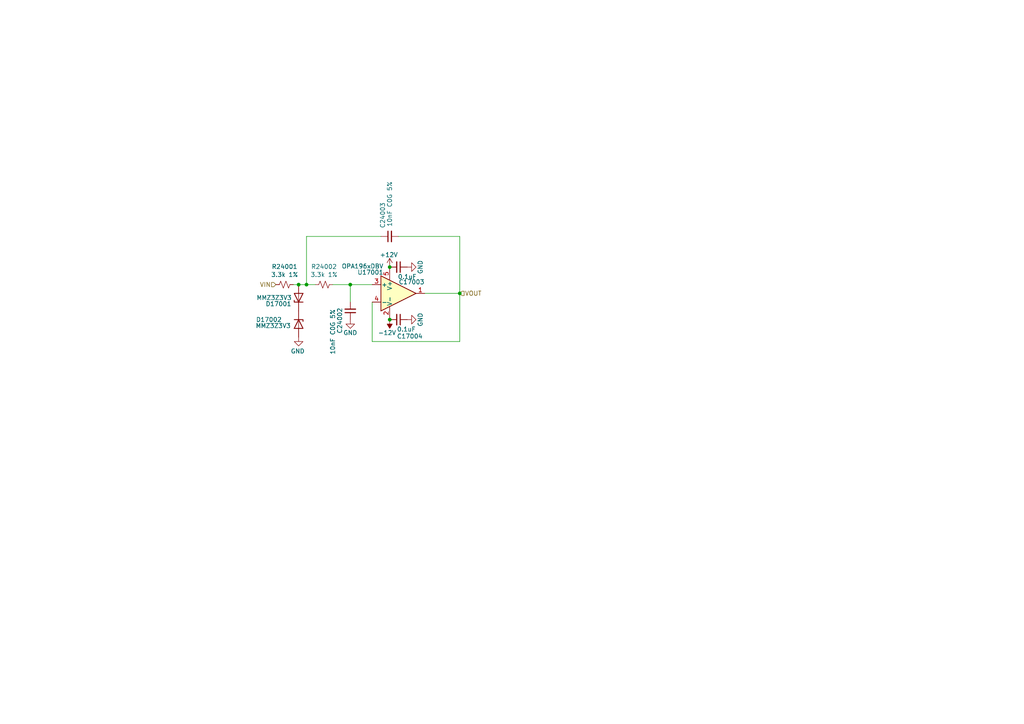
<source format=kicad_sch>
(kicad_sch (version 20231120) (generator "eeschema") (generator_version "8.0")
  (paper "A4")
  (lib_symbols
    (symbol "Amplifier_Operational:OPA196xDBV" (pin_names (offset 0.127))
      (property "Reference" "U" (at -1.27 6.35 0))
      (property "Value" "OPA196xDBV" (at -1.27 3.81 0))
      (symbol "OPA196xDBV_0_1"
        (polyline (pts (xy -5.08 5.08) (xy 5.08 0) (xy -5.08 -5.08) (xy -5.08 5.08)) (stroke (width 0.254)) (fill (type background)))
        (pin power_in line (at -2.54 -7.62 90) (length 3.81) (name "V-") (number "2"))
        (pin power_in line (at -2.54 7.62 270) (length 3.81) (name "V+") (number "5"))
      )
      (symbol "OPA196xDBV_1_1"
        (pin output line (at 7.62 0 180) (length 2.54) (name "~") (number "1"))
        (pin input line (at -7.62 2.54 0) (length 2.54) (name "+") (number "3"))
        (pin input line (at -7.62 -2.54 0) (length 2.54) (name "-") (number "4"))
      )
    )
    (symbol "Device:C_Small" (pin_numbers hide) (pin_names (offset 0.254) hide)
      (property "Reference" "C" (at 0.254 1.778 0))
      (property "Value" "C_Small" (at 0.254 -2.032 0))
      (symbol "C_Small_0_1"
        (polyline (pts (xy -1.524 -0.508) (xy 1.524 -0.508)) (stroke (width 0.3302)))
        (polyline (pts (xy -1.524 0.508) (xy 1.524 0.508)) (stroke (width 0.3048)))
      )
      (symbol "C_Small_1_1"
        (pin passive line (at 0 2.54 270) (length 2.032) (name "~") (number "1"))
        (pin passive line (at 0 -2.54 90) (length 2.032) (name "~") (number "2"))
      )
    )
    (symbol "Device:D_Zener" (pin_numbers hide) (pin_names (offset 1.016) hide)
      (property "Reference" "D" (at 0 2.54 0))
      (property "Value" "D_Zener" (at 0 -2.54 0))
      (symbol "D_Zener_0_1"
        (polyline (pts (xy 1.27 0) (xy -1.27 0)))
        (polyline (pts (xy -1.27 -1.27) (xy -1.27 1.27) (xy -0.762 1.27)) (stroke (width 0.254)))
        (polyline (pts (xy 1.27 -1.27) (xy 1.27 1.27) (xy -1.27 0) (xy 1.27 -1.27)) (stroke (width 0.254)))
      )
      (symbol "D_Zener_1_1"
        (pin passive line (at -3.81 0 0) (length 2.54) (name "K") (number "1"))
        (pin passive line (at 3.81 0 180) (length 2.54) (name "A") (number "2"))
      )
    )
    (symbol "Device:R_Small_US" (pin_numbers hide) (pin_names (offset 0.254) hide)
      (property "Reference" "R" (at 0.762 0.508 0))
      (property "Value" "R_Small_US" (at 0.762 -1.016 0))
      (symbol "R_Small_US_1_1"
        (polyline (pts (xy 0 0) (xy 1.016 -0.381) (xy 0 -0.762) (xy -1.016 -1.143) (xy 0 -1.524)))
        (polyline (pts (xy 0 1.524) (xy 1.016 1.143) (xy 0 0.762) (xy -1.016 0.381) (xy 0 0)))
        (pin passive line (at 0 2.54 270) (length 1.016) (name "~") (number "1"))
        (pin passive line (at 0 -2.54 90) (length 1.016) (name "~") (number "2"))
      )
    )
    (symbol "power:+12V" (power) (pin_numbers hide) (pin_names (offset 0) hide)
      (property "Value" "+12V" (at 0 3.556 0))
      (symbol "+12V_0_1"
        (polyline (pts (xy -0.762 1.27) (xy 0 2.54)))
        (polyline (pts (xy 0 0) (xy 0 2.54)))
        (polyline (pts (xy 0 2.54) (xy 0.762 1.27)))
      )
      (symbol "+12V_1_1"
        (pin power_in line (at 0 0 90) (length 0) (name "~") (number "1"))
      )
    )
    (symbol "power:-12V" (power) (pin_numbers hide) (pin_names (offset 0) hide)
      (property "Value" "-12V" (at 0 3.556 0))
      (symbol "-12V_0_0"
        (pin power_in line (at 0 0 90) (length 0) (name "~") (number "1"))
      )
      (symbol "-12V_0_1"
        (polyline (pts (xy 0 0) (xy 0 1.27) (xy 0.762 1.27) (xy 0 2.54) (xy -0.762 1.27) (xy 0 1.27)) (fill (type outline)))
      )
    )
    (symbol "power:GND" (power) (pin_names (offset 0))
      (property "Value" "GND" (at 0 -3.81 0))
      (symbol "GND_0_1"
        (polyline (pts (xy 0 0) (xy 0 -1.27) (xy 1.27 -1.27) (xy 0 -2.54) (xy -1.27 -1.27) (xy 0 -1.27)))
      )
      (symbol "GND_1_1"
        (pin power_in line (at 0 0 270) (length 0) hide (name "GND") (number "1"))
      )
    )
  )
  (junction (at 113.03 77.47))
  (junction (at 86.614 82.55))
  (junction (at 113.03 92.71))
  (junction (at 133.35 85.09))
  (junction (at 101.6 82.55))
  (junction (at 88.9 82.55))
  (wire (pts (xy 88.9 82.55) (xy 91.44 82.55)))
  (wire (pts (xy 123.19 85.09) (xy 133.35 85.09)))
  (wire (pts (xy 107.95 87.63) (xy 107.95 99.06)))
  (wire (pts (xy 133.35 68.58) (xy 133.35 85.09)))
  (wire (pts (xy 115.57 68.58) (xy 133.35 68.58)))
  (wire (pts (xy 85.09 82.55) (xy 86.614 82.55)))
  (wire (pts (xy 96.52 82.55) (xy 101.6 82.55)))
  (wire (pts (xy 101.6 82.55) (xy 101.6 87.63)))
  (wire (pts (xy 86.614 82.55) (xy 88.9 82.55)))
  (wire (pts (xy 107.95 99.06) (xy 133.35 99.06)))
  (wire (pts (xy 101.6 82.55) (xy 107.95 82.55)))
  (wire (pts (xy 88.9 68.58) (xy 88.9 82.55)))
  (wire (pts (xy 110.49 68.58) (xy 88.9 68.58)))
  (wire (pts (xy 133.35 99.06) (xy 133.35 85.09)))
  (hierarchical_label "VIN" (shape input) (at 80.01 82.55 180))
  (hierarchical_label "VOUT" (shape input) (at 133.35 85.09 0))
  (symbol (lib_id "power:-12V") (at 113.03 92.71 180) (unit 1)
    (property "Reference" "#PWR15004" (effects (hide yes)))
    (property "Value" "-12V" (at 112.268 96.52 0))
    (property "Description" "Power symbol creates a global label with name \"-12V\"" (effects (hide yes)))
    (instances (project "analog_frontend_panel" (path "" (reference "#PWR17004") (unit 1)) (path "" (reference "#PWR18004") (unit 1)) (path "" (reference "#PWR25004") (unit 1)) (path "" (reference "#PWR30004") (unit 1)) (path "" (reference "#PWR28003") (unit 1)) (path "" (reference "#PWR24004") (unit 1)) (path "" (reference "#PWR21004") (unit 1)) (path "" (reference "#PWR16004") (unit 1)) (path "" (reference "#PWR42008") (unit 1)) (path "" (reference "#PWR31006") (unit 1)) (path "" (reference "#PWR15004") (unit 1))))
  )
  (symbol (lib_id "Device:C_Small") (at 101.6 90.17 180) (unit 1)
    (property "Reference" "C21001" (at 98.552 96.774 90) (effects (justify right)))
    (property "Value" "10nF C0G 5%" (at 96.52 102.87 90) (effects (justify right)))
    (property "Footprint" "Capacitor_SMD:C_0402_1005Metric" (effects (hide yes)))
    (property "LCSC" "C3855387" (effects (hide yes)))
    (instances (project "analog_i" (path "" (reference "C24002") (unit 1)) (path "" (reference "C27001") (unit 1)) (path "" (reference "C45001") (unit 1)) (path "" (reference "C31001") (unit 1)) (path "" (reference "C33001") (unit 1)) (path "" (reference "C41001") (unit 1)) (path "" (reference "C47001") (unit 1)) (path "" (reference "C35001") (unit 1)) (path "" (reference "C43001") (unit 1)) (path "" (reference "C29001") (unit 1)) (path "" (reference "C21001") (unit 1))) (project "analog_frontend_panel" (path "" (reference "C17001") (unit 1)) (path "" (reference "C18001") (unit 1)) (path "" (reference "C25001") (unit 1)) (path "" (reference "C32002") (unit 1)) (path "" (reference "C30001") (unit 1)) (path "" (reference "C24001") (unit 1)) (path "" (reference "C21001") (unit 1)) (path "" (reference "C16001") (unit 1)) (path "" (reference "C44001") (unit 1)) (path "" (reference "C33002") (unit 1)) (path "" (reference "C15001") (unit 1))))
  )
  (symbol (lib_id "Device:D_Zener") (at 86.614 93.98 270) (unit 1)
    (property "Reference" "D15002" (at 77.978 92.71 90))
    (property "Value" "MMZ3Z3V3" (at 79.248 94.488 90))
    (property "Footprint" "Diode_SMD:D_SOD-323" (effects (hide yes)))
    (property "LCSC" "C52056" (effects (hide yes)))
    (instances (project "analog_frontend_panel" (path "" (reference "D17002") (unit 1)) (path "" (reference "D18002") (unit 1)) (path "" (reference "D25002") (unit 1)) (path "" (reference "D30002") (unit 1)) (path "" (reference "D28002") (unit 1)) (path "" (reference "D24002") (unit 1)) (path "" (reference "D21002") (unit 1)) (path "" (reference "D16002") (unit 1)) (path "" (reference "D42003") (unit 1)) (path "" (reference "D31002") (unit 1)) (path "" (reference "D15002") (unit 1))))
  )
  (symbol (lib_id "Device:D_Zener") (at 86.614 86.36 90) (unit 1)
    (property "Reference" "D15001" (at 80.772 88.138 90))
    (property "Value" "MMZ3Z3V3" (at 79.502 86.36 90))
    (property "Footprint" "Diode_SMD:D_SOD-323" (effects (hide yes)))
    (property "LCSC" "C52056" (effects (hide yes)))
    (instances (project "analog_frontend_panel" (path "" (reference "D17001") (unit 1)) (path "" (reference "D18001") (unit 1)) (path "" (reference "D25001") (unit 1)) (path "" (reference "D30001") (unit 1)) (path "" (reference "D28001") (unit 1)) (path "" (reference "D24001") (unit 1)) (path "" (reference "D21001") (unit 1)) (path "" (reference "D16001") (unit 1)) (path "" (reference "D42002") (unit 1)) (path "" (reference "D31001") (unit 1)) (path "" (reference "D15001") (unit 1))))
  )
  (symbol (lib_id "power:GND") (at 86.614 97.79 0) (unit 1)
    (property "Reference" "#PWR15002" (effects (hide yes)))
    (property "Value" "GND" (at 88.392 101.854 0) (effects (justify right)))
    (instances (project "analog_frontend_panel" (path "" (reference "#PWR17002") (unit 1)) (path "" (reference "#PWR18002") (unit 1)) (path "" (reference "#PWR25001") (unit 1)) (path "" (reference "#PWR30002") (unit 1)) (path "" (reference "#PWR28001") (unit 1)) (path "" (reference "#PWR24002") (unit 1)) (path "" (reference "#PWR21002") (unit 1)) (path "" (reference "#PWR16002") (unit 1)) (path "" (reference "#PWR42006") (unit 1)) (path "" (reference "#PWR31003") (unit 1)) (path "" (reference "#PWR15002") (unit 1))))
  )
  (symbol (lib_id "Device:R_Small_US") (at 82.55 82.55 90) (unit 1)
    (property "Reference" "R21001" (at 82.55 77.343 90))
    (property "Value" "3.3k 1%" (at 82.55 79.6544 90))
    (property "Footprint" "Resistor_SMD:R_0402_1005Metric" (effects (hide yes)))
    (property "LCSC" "C25890" (effects (hide yes)))
    (instances (project "analog_i" (path "" (reference "R24001") (unit 1)) (path "" (reference "R27001") (unit 1)) (path "" (reference "R45001") (unit 1)) (path "" (reference "R31001") (unit 1)) (path "" (reference "R33001") (unit 1)) (path "" (reference "R41001") (unit 1)) (path "" (reference "R47001") (unit 1)) (path "" (reference "R35001") (unit 1)) (path "" (reference "R43001") (unit 1)) (path "" (reference "R29001") (unit 1)) (path "" (reference "R21001") (unit 1))) (project "analog_frontend_panel" (path "" (reference "R17001") (unit 1)) (path "" (reference "R18001") (unit 1)) (path "" (reference "R25001") (unit 1)) (path "" (reference "R32001") (unit 1)) (path "" (reference "R30001") (unit 1)) (path "" (reference "R24001") (unit 1)) (path "" (reference "R21001") (unit 1)) (path "" (reference "R16001") (unit 1)) (path "" (reference "R44001") (unit 1)) (path "" (reference "R33001") (unit 1)) (path "" (reference "R15001") (unit 1))))
  )
  (symbol (lib_id "power:GND") (at 118.11 92.71 90) (unit 1)
    (property "Reference" "#PWR15006" (effects (hide yes)))
    (property "Value" "GND" (at 121.92 92.71 0))
    (instances (project "analog_frontend_panel" (path "" (reference "#PWR17006") (unit 1)) (path "" (reference "#PWR18006") (unit 1)) (path "" (reference "#PWR25006") (unit 1)) (path "" (reference "#PWR30006") (unit 1)) (path "" (reference "#PWR28005") (unit 1)) (path "" (reference "#PWR24006") (unit 1)) (path "" (reference "#PWR21006") (unit 1)) (path "" (reference "#PWR16006") (unit 1)) (path "" (reference "#PWR42010") (unit 1)) (path "" (reference "#PWR31008") (unit 1)) (path "" (reference "#PWR15006") (unit 1))))
  )
  (symbol (lib_id "power:GND") (at 118.11 77.47 90) (unit 1)
    (property "Reference" "#PWR15005" (effects (hide yes)))
    (property "Value" "GND" (at 121.92 77.47 0))
    (instances (project "analog_frontend_panel" (path "" (reference "#PWR17005") (unit 1)) (path "" (reference "#PWR18005") (unit 1)) (path "" (reference "#PWR25005") (unit 1)) (path "" (reference "#PWR30005") (unit 1)) (path "" (reference "#PWR28004") (unit 1)) (path "" (reference "#PWR24005") (unit 1)) (path "" (reference "#PWR21005") (unit 1)) (path "" (reference "#PWR16005") (unit 1)) (path "" (reference "#PWR42009") (unit 1)) (path "" (reference "#PWR31007") (unit 1)) (path "" (reference "#PWR15005") (unit 1))))
  )
  (symbol (lib_id "Amplifier_Operational:OPA196xDBV") (at 115.57 85.09 0) (unit 1)
    (property "Reference" "U15001" (at 107.442 78.994 0))
    (property "Value" "OPA196xDBV" (at 105.156 77.216 0))
    (property "Footprint" "Package_TO_SOT_SMD:SOT-23-5" (effects (hide yes)))
    (property "Datasheet" "http://www.ti.com/lit/ds/symlink/opa4196.pdf" (effects (hide yes)))
    (property "Description" "Single, Low-Power, Low Offset Voltage, Rail-to-Rail Operational Amplifier, SOT-23-5" (effects (hide yes)))
    (instances (project "analog_frontend_panel" (path "" (reference "U17001") (unit 1)) (path "" (reference "U18001") (unit 1)) (path "" (reference "U25001") (unit 1)) (path "" (reference "U30001") (unit 1)) (path "" (reference "U28001") (unit 1)) (path "" (reference "U24001") (unit 1)) (path "" (reference "U21001") (unit 1)) (path "" (reference "U16001") (unit 1)) (path "" (reference "U42002") (unit 1)) (path "" (reference "U31001") (unit 1)) (path "" (reference "U15001") (unit 1))))
  )
  (symbol (lib_id "Device:R_Small_US") (at 93.98 82.55 90) (unit 1)
    (property "Reference" "R21002" (at 93.98 77.343 90))
    (property "Value" "3.3k 1%" (at 93.98 79.6544 90))
    (property "Footprint" "Resistor_SMD:R_0402_1005Metric" (effects (hide yes)))
    (property "LCSC" "C25890" (effects (hide yes)))
    (instances (project "analog_i" (path "" (reference "R24002") (unit 1)) (path "" (reference "R27002") (unit 1)) (path "" (reference "R45002") (unit 1)) (path "" (reference "R31002") (unit 1)) (path "" (reference "R33002") (unit 1)) (path "" (reference "R41002") (unit 1)) (path "" (reference "R47002") (unit 1)) (path "" (reference "R35002") (unit 1)) (path "" (reference "R43002") (unit 1)) (path "" (reference "R29002") (unit 1)) (path "" (reference "R21002") (unit 1))) (project "analog_frontend_panel" (path "" (reference "R17002") (unit 1)) (path "" (reference "R18002") (unit 1)) (path "" (reference "R25002") (unit 1)) (path "" (reference "R32002") (unit 1)) (path "" (reference "R30002") (unit 1)) (path "" (reference "R24002") (unit 1)) (path "" (reference "R21002") (unit 1)) (path "" (reference "R16002") (unit 1)) (path "" (reference "R44002") (unit 1)) (path "" (reference "R33002") (unit 1)) (path "" (reference "R15002") (unit 1))))
  )
  (symbol (lib_id "Device:C_Small") (at 115.57 77.47 270) (unit 1)
    (property "Reference" "C15003" (at 119.38 81.788 90))
    (property "Value" "0.1uF" (at 118.11 80.264 90))
    (property "Footprint" "Capacitor_SMD:C_0402_1005Metric" (effects (hide yes)))
    (instances (project "analog_frontend_panel" (path "" (reference "C17003") (unit 1)) (path "" (reference "C18003") (unit 1)) (path "" (reference "C25003") (unit 1)) (path "" (reference "C30003") (unit 1)) (path "" (reference "C28001") (unit 1)) (path "" (reference "C24003") (unit 1)) (path "" (reference "C21003") (unit 1)) (path "" (reference "C16003") (unit 1)) (path "" (reference "C42002") (unit 1)) (path "" (reference "C31002") (unit 1)) (path "" (reference "C15003") (unit 1))))
  )
  (symbol (lib_id "Device:C_Small") (at 115.57 92.71 270) (unit 1)
    (property "Reference" "C15004" (at 118.872 97.536 90))
    (property "Value" "0.1uF" (at 117.856 95.504 90))
    (property "Footprint" "Capacitor_SMD:C_0402_1005Metric" (effects (hide yes)))
    (instances (project "analog_frontend_panel" (path "" (reference "C17004") (unit 1)) (path "" (reference "C18004") (unit 1)) (path "" (reference "C25004") (unit 1)) (path "" (reference "C30004") (unit 1)) (path "" (reference "C28002") (unit 1)) (path "" (reference "C24004") (unit 1)) (path "" (reference "C21004") (unit 1)) (path "" (reference "C16004") (unit 1)) (path "" (reference "C42003") (unit 1)) (path "" (reference "C31003") (unit 1)) (path "" (reference "C15004") (unit 1))))
  )
  (symbol (lib_id "Device:C_Small") (at 113.03 68.58 90) (unit 1)
    (property "Reference" "C21002" (at 110.998 58.674 0) (effects (justify right)))
    (property "Value" "10nF C0G 5%" (at 113.03 52.578 0) (effects (justify right)))
    (property "Footprint" "Capacitor_SMD:C_0402_1005Metric" (effects (hide yes)))
    (property "LCSC" "C3855387" (effects (hide yes)))
    (instances (project "analog_i" (path "" (reference "C24003") (unit 1)) (path "" (reference "C27002") (unit 1)) (path "" (reference "C45002") (unit 1)) (path "" (reference "C31002") (unit 1)) (path "" (reference "C33002") (unit 1)) (path "" (reference "C41002") (unit 1)) (path "" (reference "C47002") (unit 1)) (path "" (reference "C35002") (unit 1)) (path "" (reference "C43002") (unit 1)) (path "" (reference "C29002") (unit 1)) (path "" (reference "C21002") (unit 1))) (project "analog_frontend_panel" (path "" (reference "C17002") (unit 1)) (path "" (reference "C18002") (unit 1)) (path "" (reference "C25002") (unit 1)) (path "" (reference "C32003") (unit 1)) (path "" (reference "C30002") (unit 1)) (path "" (reference "C24002") (unit 1)) (path "" (reference "C21002") (unit 1)) (path "" (reference "C16002") (unit 1)) (path "" (reference "C44002") (unit 1)) (path "" (reference "C33003") (unit 1)) (path "" (reference "C15002") (unit 1))))
  )
  (symbol (lib_id "power:+12V") (at 113.03 77.47 0) (unit 1)
    (property "Reference" "#PWR15003" (effects (hide yes)))
    (property "Value" "+12V" (at 112.776 73.914 0))
    (property "Description" "Power symbol creates a global label with name \"+12V\"" (effects (hide yes)))
    (instances (project "analog_frontend_panel" (path "" (reference "#PWR17003") (unit 1)) (path "" (reference "#PWR18003") (unit 1)) (path "" (reference "#PWR25003") (unit 1)) (path "" (reference "#PWR30003") (unit 1)) (path "" (reference "#PWR28002") (unit 1)) (path "" (reference "#PWR24003") (unit 1)) (path "" (reference "#PWR21003") (unit 1)) (path "" (reference "#PWR16003") (unit 1)) (path "" (reference "#PWR42007") (unit 1)) (path "" (reference "#PWR31005") (unit 1)) (path "" (reference "#PWR15003") (unit 1))))
  )
  (symbol (lib_id "power:GND") (at 101.6 92.71 0) (unit 1)
    (property "Reference" "#PWR169" (effects (hide yes)))
    (property "Value" "GND" (at 101.6 96.52 0))
    (instances (project "analog_i" (path "" (reference "#PWR177") (unit 1)) (path "" (reference "#PWR185") (unit 1)) (path "" (reference "#PWR250") (unit 1)) (path "" (reference "#PWR195") (unit 1)) (path "" (reference "#PWR200") (unit 1)) (path "" (reference "#PWR232") (unit 1)) (path "" (reference "#PWR259") (unit 1)) (path "" (reference "#PWR205") (unit 1)) (path "" (reference "#PWR241") (unit 1)) (path "" (reference "#PWR190") (unit 1)) (path "" (reference "#PWR169") (unit 1))) (project "analog_frontend_panel" (path "" (reference "#PWR17001") (unit 1)) (path "" (reference "#PWR18001") (unit 1)) (path "" (reference "#PWR25002") (unit 1)) (path "" (reference "#PWR32004") (unit 1)) (path "" (reference "#PWR30001") (unit 1)) (path "" (reference "#PWR24001") (unit 1)) (path "" (reference "#PWR21001") (unit 1)) (path "" (reference "#PWR16001") (unit 1)) (path "" (reference "#PWR44004") (unit 1)) (path "" (reference "#PWR33001") (unit 1)) (path "" (reference "#PWR15001") (unit 1))))
  )
)
</source>
